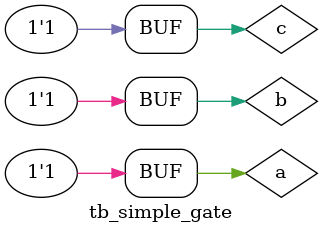
<source format=v>
`timescale 1ns / 1ps
module tb_simple_gate();
    //inputs
    reg a,b,c;
    //Outputs
    wire d;

    //uut or dut
    simple_gate uut_simple_gate(
        .a(a),
        .b(b),
        .c(c),
        .d(d)
    );

    //Simulation Code
    initial begin
                a = 0; b = 0; c = 0;
        #100    a = 0; b = 0; c = 1;
        #100    a = 0; b = 1; c = 0;
        #100    a = 0; b = 1; c = 1;
        #100    a = 1; b = 0; c = 0;
        #100    a = 1; b = 0; c = 1;
        #100    a = 1; b = 1; c = 0;
        #100    a = 1; b = 1; c = 1;
        
    end
endmodule

</source>
